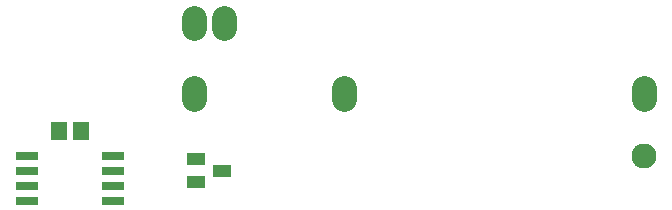
<source format=gbr>
G04 EAGLE Gerber RS-274X export*
G75*
%MOMM*%
%FSLAX34Y34*%
%LPD*%
%INSoldermask Top*%
%IPPOS*%
%AMOC8*
5,1,8,0,0,1.08239X$1,22.5*%
G01*
%ADD10C,2.127000*%
%ADD11R,1.427000X1.627000*%
%ADD12R,1.527000X1.127000*%
%ADD13R,1.877000X0.736600*%
%ADD14C,2.127000*%


D10*
X165100Y107950D02*
X165100Y99060D01*
X165100Y158750D02*
X165100Y167640D01*
X292100Y107950D02*
X292100Y99060D01*
X546100Y99060D02*
X546100Y107950D01*
X190500Y158750D02*
X190500Y167640D01*
D11*
X50825Y71755D03*
X69825Y71755D03*
D12*
X188800Y38100D03*
X166800Y28600D03*
X166800Y47600D03*
D13*
X24075Y50800D03*
X24075Y38100D03*
X24075Y25400D03*
X24075Y12700D03*
X96575Y12700D03*
X96575Y25400D03*
X96575Y38100D03*
X96575Y50800D03*
D14*
X546100Y50800D03*
M02*

</source>
